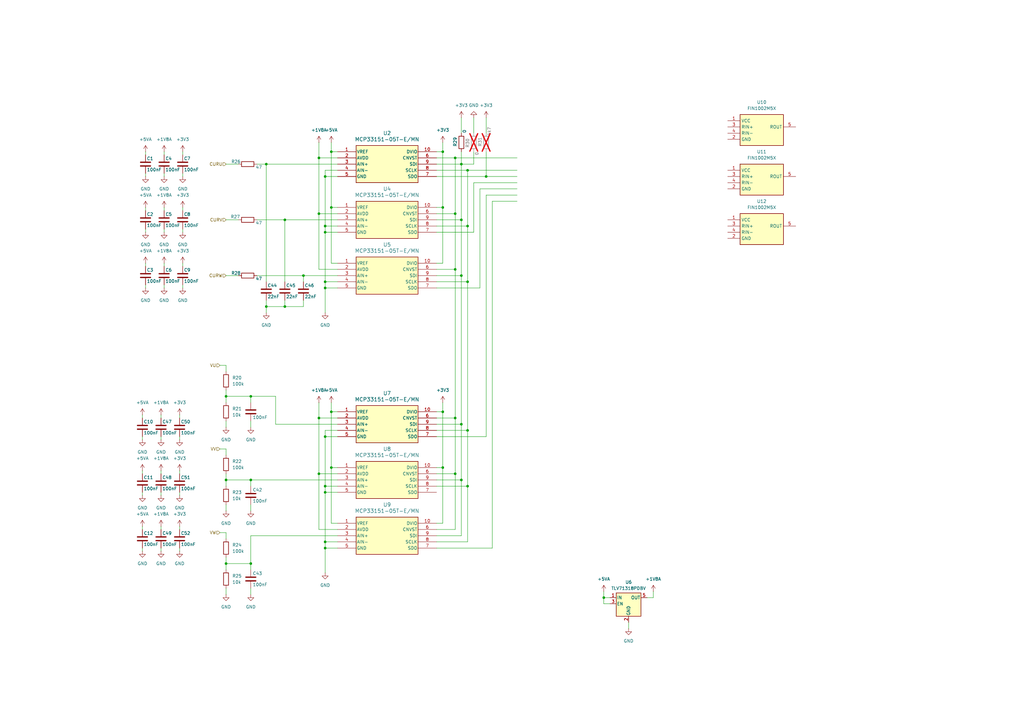
<source format=kicad_sch>
(kicad_sch (version 20250114) (generator "eeschema") (generator_version "9.0")
  (paper "A3")
  (title_block (title "ECMD7 Feedback") (date "2025-10-01") (rev "0,0"))
  (lib_symbols
    (symbol "Device:C" (pin_numbers (hide yes)) (pin_names (offset 0.254))
      (property "Reference" "C" (at 0.635 2.54 0))
      (property "Value" "C" (at 0.635 -2.54 0))
      (symbol "C_0_1"
        (polyline (pts (xy -2.032 0.762) (xy 2.032 0.762)) (stroke (width 0.508)))
        (polyline (pts (xy -2.032 -0.762) (xy 2.032 -0.762)) (stroke (width 0.508)))
      )
      (symbol "C_1_1"
        (pin passive line (at 0 3.81 270) (length 2.794) (name "~") (number "1"))
        (pin passive line (at 0 -3.81 90) (length 2.794) (name "~") (number "2"))
      )
    )
    (symbol "Device:R" (pin_numbers (hide yes)) (pin_names (offset 0))
      (property "Reference" "R" (at 2.032 0 90))
      (property "Value" "R" (at 0 0 90))
      (symbol "R_0_1"
        (rectangle (start -1.016 -2.54) (end 1.016 2.54) (stroke (width 0.254)))
      )
      (symbol "R_1_1"
        (pin passive line (at 0 3.81 270) (length 1.27) (name "~") (number "1"))
        (pin passive line (at 0 -3.81 90) (length 1.27) (name "~") (number "2"))
      )
    )
    (symbol "Regulator_Linear:TLV71318PDBV" (pin_names (offset 0.254))
      (property "Reference" "U" (at -3.81 5.715 0))
      (property "Value" "TLV71318PDBV" (at 0 5.715 0))
      (symbol "TLV71318PDBV_0_1"
        (rectangle (start -5.08 4.445) (end 5.08 -5.08) (stroke (width 0.254)) (fill (type background)))
      )
      (symbol "TLV71318PDBV_1_1"
        (pin power_in line (at -7.62 2.54 0) (length 2.54) (name "IN") (number "1"))
        (pin input line (at -7.62 0 0) (length 2.54) (name "EN") (number "3"))
        (pin power_in line (at 0 -7.62 90) (length 2.54) (name "GND") (number "2"))
        (pin no_connect line (at 5.08 0 180) (length 2.54) (hide yes) (name "NC") (number "4"))
        (pin power_out line (at 7.62 2.54 180) (length 2.54) (name "OUT") (number "5"))
      )
    )
    (symbol "power:+3V3" (power) (pin_numbers (hide yes)) (pin_names (offset 0) (hide yes))
      (property "Value" "+3V3" (at 0 3.556 0))
      (symbol "+3V3_0_1"
        (polyline (pts (xy -0.762 1.27) (xy 0 2.54)))
        (polyline (pts (xy 0 2.54) (xy 0.762 1.27)))
        (polyline (pts (xy 0 0) (xy 0 2.54)))
      )
      (symbol "+3V3_1_1"
        (pin power_in line (at 0 0 90) (length 0) (name "~") (number "1"))
      )
    )
    (symbol "power:+5VA" (power) (pin_numbers (hide yes)) (pin_names (offset 0) (hide yes))
      (property "Value" "+5VA" (at 0 3.556 0))
      (symbol "+5VA_0_1"
        (polyline (pts (xy -0.762 1.27) (xy 0 2.54)))
        (polyline (pts (xy 0 2.54) (xy 0.762 1.27)))
        (polyline (pts (xy 0 0) (xy 0 2.54)))
      )
      (symbol "+5VA_1_1"
        (pin power_in line (at 0 0 90) (length 0) (name "~") (number "1"))
      )
    )
    (symbol "power:GND" (power) (pin_numbers (hide yes)) (pin_names (offset 0) (hide yes))
      (property "Value" "GND" (at 0 -3.81 0))
      (symbol "GND_0_1"
        (polyline (pts (xy 0 0) (xy 0 -1.27) (xy 1.27 -1.27) (xy 0 -2.54) (xy -1.27 -1.27) (xy 0 -1.27)))
      )
      (symbol "GND_1_1"
        (pin power_in line (at 0 0 270) (length 0) (name "~") (number "1"))
      )
    )
    (symbol "ssta_symbols:FIN1002M5X"
      (property "Reference" "U" (at 4.826 4.318 0))
      (property "Value" "FIN1002M5X" (at 5.08 -10.922 0))
      (symbol "FIN1002M5X_1_1"
        (rectangle (start 5.08 2.54) (end 22.86 -10.16) (stroke (width 0.254)) (fill (type background)))
        (pin passive line (at 0 0 0) (length 5.08) (name "VCC") (number "1"))
        (pin passive line (at 0 -2.54 0) (length 5.08) (name "RIN+") (number "3"))
        (pin passive line (at 0 -5.08 0) (length 5.08) (name "RIN-") (number "4"))
        (pin passive line (at 0 -7.62 0) (length 5.08) (name "GND") (number "2"))
        (pin passive line (at 27.94 -2.54 180) (length 5.08) (name "ROUT") (number "5"))
      )
    )
    (symbol "ssta_symbols:MCP33151-05T-E_MN" (pin_names (offset 0.254))
      (property "Reference" "U" (at 7.62 3.81 0))
      (property "Value" "MCP33151-05T-E/MN" (at 7.366 -14.478 0))
      (symbol "MCP33151-05T-E_MN_0_1"
        (pin power_in line (at 0 0 0) (length 7.62) (name "VREF") (number "1"))
        (pin power_in line (at 0 -2.54 0) (length 7.62) (name "AVDD") (number "2"))
        (pin unspecified line (at 0 -5.08 0) (length 7.62) (name "AIN+") (number "3"))
        (pin unspecified line (at 0 -7.62 0) (length 7.62) (name "AIN-") (number "4"))
        (pin power_out line (at 0 -10.16 0) (length 7.62) (name "GND") (number "5"))
        (pin power_in line (at 40.64 0 180) (length 7.62) (name "DVIO") (number "10"))
        (pin input line (at 40.64 -2.54 180) (length 7.62) (name "CNVST") (number "6"))
        (pin input line (at 40.64 -5.08 180) (length 7.62) (name "SDI") (number "9"))
        (pin input line (at 40.64 -7.62 180) (length 7.62) (name "SCLK") (number "8"))
        (pin output line (at 40.64 -10.16 180) (length 7.62) (name "SDO") (number "7"))
      )
      (symbol "MCP33151-05T-E_MN_1_1"
        (rectangle (start 7.62 2.54) (end 33.02 -12.7) (stroke (width 0.254)) (fill (type background)))
      )
    )
  )
  (junction (at 109.22 67.31))
  (junction (at 92.71 196.85))
  (junction (at 186.69 110.49))
  (junction (at 133.35 115.57))
  (junction (at 189.23 113.03))
  (junction (at 133.35 201.93))
  (junction (at 133.35 199.39))
  (junction (at 186.69 87.63))
  (junction (at 102.87 231.14))
  (junction (at 135.89 85.09))
  (junction (at 124.46 113.03))
  (junction (at 133.35 72.39))
  (junction (at 130.81 87.63))
  (junction (at 109.22 125.73))
  (junction (at 130.81 171.45))
  (junction (at 181.61 85.09))
  (junction (at 102.87 162.56))
  (junction (at 181.61 191.77))
  (junction (at 181.61 168.91))
  (junction (at 191.77 69.85))
  (junction (at 191.77 92.71))
  (junction (at 186.69 171.45))
  (junction (at 191.77 176.53))
  (junction (at 135.89 168.91))
  (junction (at 130.81 64.77))
  (junction (at 135.89 62.23))
  (junction (at 186.69 64.77))
  (junction (at 189.23 67.31))
  (junction (at 189.23 90.17))
  (junction (at 130.81 194.31))
  (junction (at 186.69 194.31))
  (junction (at 181.61 62.23))
  (junction (at 189.23 173.99))
  (junction (at 92.71 162.56))
  (junction (at 135.89 191.77))
  (junction (at 191.77 115.57))
  (junction (at 133.35 179.07))
  (junction (at 102.87 196.85))
  (junction (at 133.35 92.71))
  (junction (at 189.23 196.85))
  (junction (at 191.77 199.39))
  (junction (at 133.35 224.79))
  (junction (at 92.71 231.14))
  (junction (at 247.65 245.11))
  (junction (at 199.39 72.39))
  (junction (at 133.35 118.11))
  (junction (at 116.84 90.17))
  (junction (at 133.35 222.25))
  (junction (at 116.84 125.73))
  (junction (at 133.35 95.25))
  (wire (pts (xy 181.61 191.77) (xy 181.61 214.63)))
  (wire (pts (xy 73.66 201.93) (xy 73.66 203.2)))
  (wire (pts (xy 179.07 107.95) (xy 181.61 107.95)))
  (wire (pts (xy 138.43 113.03) (xy 124.46 113.03)))
  (wire (pts (xy 92.71 162.56) (xy 92.71 165.1)))
  (wire (pts (xy 133.35 199.39) (xy 133.35 201.93)))
  (wire (pts (xy 66.04 224.79) (xy 66.04 226.06)))
  (wire (pts (xy 191.77 176.53) (xy 191.77 199.39)))
  (wire (pts (xy 67.31 116.84) (xy 67.31 118.11)))
  (wire (pts (xy 130.81 194.31) (xy 130.81 217.17)))
  (wire (pts (xy 92.71 172.72) (xy 92.71 175.26)))
  (wire (pts (xy 179.07 62.23) (xy 181.61 62.23)))
  (wire (pts (xy 74.93 71.12) (xy 74.93 72.39)))
  (wire (pts (xy 130.81 194.31) (xy 138.43 194.31)))
  (wire (pts (xy 130.81 171.45) (xy 130.81 194.31)))
  (wire (pts (xy 116.84 123.19) (xy 116.84 125.73)))
  (wire (pts (xy 92.71 218.44) (xy 92.71 220.98)))
  (wire (pts (xy 109.22 125.73) (xy 109.22 128.27)))
  (wire (pts (xy 74.93 116.84) (xy 74.93 118.11)))
  (wire (pts (xy 179.07 214.63) (xy 181.61 214.63)))
  (wire (pts (xy 179.07 196.85) (xy 189.23 196.85)))
  (wire (pts (xy 58.42 170.18) (xy 58.42 171.45)))
  (wire (pts (xy 90.17 218.44) (xy 92.71 218.44)))
  (wire (pts (xy 133.35 72.39) (xy 133.35 92.71)))
  (wire (pts (xy 133.35 118.11) (xy 138.43 118.11)))
  (wire (pts (xy 133.35 118.11) (xy 133.35 128.27)))
  (wire (pts (xy 58.42 215.9) (xy 58.42 217.17)))
  (wire (pts (xy 66.04 201.93) (xy 66.04 203.2)))
  (wire (pts (xy 92.71 194.31) (xy 92.71 196.85)))
  (wire (pts (xy 191.77 176.53) (xy 191.77 115.57)))
  (wire (pts (xy 92.71 241.3) (xy 92.71 243.84)))
  (wire (pts (xy 138.43 214.63) (xy 135.89 214.63)))
  (wire (pts (xy 194.31 67.31) (xy 189.23 67.31)))
  (wire (pts (xy 66.04 215.9) (xy 66.04 217.17)))
  (wire (pts (xy 138.43 176.53) (xy 133.35 176.53)))
  (wire (pts (xy 59.69 71.12) (xy 59.69 72.39)))
  (wire (pts (xy 179.07 173.99) (xy 189.23 173.99)))
  (wire (pts (xy 113.03 173.99) (xy 113.03 162.56)))
  (wire (pts (xy 138.43 69.85) (xy 133.35 69.85)))
  (wire (pts (xy 133.35 95.25) (xy 133.35 115.57)))
  (wire (pts (xy 189.23 113.03) (xy 189.23 90.17)))
  (wire (pts (xy 116.84 90.17) (xy 116.84 115.57)))
  (wire (pts (xy 90.17 184.15) (xy 92.71 184.15)))
  (wire (pts (xy 109.22 67.31) (xy 109.22 115.57)))
  (wire (pts (xy 102.87 219.71) (xy 102.87 231.14)))
  (wire (pts (xy 189.23 196.85) (xy 189.23 173.99)))
  (wire (pts (xy 194.31 62.23) (xy 194.31 67.31)))
  (wire (pts (xy 73.66 224.79) (xy 73.66 226.06)))
  (wire (pts (xy 199.39 62.23) (xy 199.39 72.39)))
  (wire (pts (xy 67.31 62.23) (xy 67.31 63.5)))
  (wire (pts (xy 67.31 93.98) (xy 67.31 95.25)))
  (wire (pts (xy 130.81 87.63) (xy 138.43 87.63)))
  (wire (pts (xy 179.07 179.07) (xy 199.39 179.07)))
  (wire (pts (xy 191.77 69.85) (xy 212.09 69.85)))
  (wire (pts (xy 67.31 107.95) (xy 67.31 109.22)))
  (wire (pts (xy 74.93 62.23) (xy 74.93 63.5)))
  (wire (pts (xy 92.71 196.85) (xy 102.87 196.85)))
  (wire (pts (xy 199.39 48.26) (xy 199.39 54.61)))
  (wire (pts (xy 189.23 219.71) (xy 189.23 196.85)))
  (wire (pts (xy 124.46 113.03) (xy 124.46 115.57)))
  (wire (pts (xy 67.31 71.12) (xy 67.31 72.39)))
  (wire (pts (xy 133.35 222.25) (xy 133.35 224.79)))
  (wire (pts (xy 66.04 170.18) (xy 66.04 171.45)))
  (wire (pts (xy 265.43 245.11) (xy 267.97 245.11)))
  (wire (pts (xy 267.97 245.11) (xy 267.97 242.57)))
  (wire (pts (xy 73.66 179.07) (xy 73.66 180.34)))
  (wire (pts (xy 189.23 67.31) (xy 179.07 67.31)))
  (wire (pts (xy 247.65 247.65) (xy 247.65 245.11)))
  (wire (pts (xy 133.35 72.39) (xy 138.43 72.39)))
  (wire (pts (xy 67.31 85.09) (xy 67.31 86.36)))
  (wire (pts (xy 74.93 107.95) (xy 74.93 109.22)))
  (wire (pts (xy 199.39 72.39) (xy 212.09 72.39)))
  (wire (pts (xy 58.42 193.04) (xy 58.42 194.31)))
  (wire (pts (xy 133.35 95.25) (xy 138.43 95.25)))
  (wire (pts (xy 133.35 92.71) (xy 133.35 95.25)))
  (wire (pts (xy 189.23 173.99) (xy 189.23 113.03)))
  (wire (pts (xy 130.81 64.77) (xy 138.43 64.77)))
  (wire (pts (xy 102.87 162.56) (xy 92.71 162.56)))
  (wire (pts (xy 58.42 201.93) (xy 58.42 203.2)))
  (wire (pts (xy 135.89 85.09) (xy 135.89 107.95)))
  (wire (pts (xy 189.23 48.26) (xy 189.23 54.61)))
  (wire (pts (xy 92.71 67.31) (xy 97.79 67.31)))
  (wire (pts (xy 201.93 224.79) (xy 201.93 82.55)))
  (wire (pts (xy 179.07 113.03) (xy 189.23 113.03)))
  (wire (pts (xy 138.43 219.71) (xy 102.87 219.71)))
  (wire (pts (xy 191.77 222.25) (xy 191.77 199.39)))
  (wire (pts (xy 186.69 171.45) (xy 186.69 110.49)))
  (wire (pts (xy 135.89 168.91) (xy 135.89 191.77)))
  (wire (pts (xy 92.71 113.03) (xy 97.79 113.03)))
  (wire (pts (xy 133.35 222.25) (xy 138.43 222.25)))
  (wire (pts (xy 191.77 92.71) (xy 191.77 69.85)))
  (wire (pts (xy 199.39 80.01) (xy 212.09 80.01)))
  (wire (pts (xy 133.35 199.39) (xy 138.43 199.39)))
  (wire (pts (xy 179.07 72.39) (xy 199.39 72.39)))
  (wire (pts (xy 59.69 85.09) (xy 59.69 86.36)))
  (wire (pts (xy 135.89 191.77) (xy 138.43 191.77)))
  (wire (pts (xy 196.85 77.47) (xy 212.09 77.47)))
  (wire (pts (xy 102.87 231.14) (xy 92.71 231.14)))
  (wire (pts (xy 247.65 245.11) (xy 250.19 245.11)))
  (wire (pts (xy 181.61 62.23) (xy 181.61 85.09)))
  (wire (pts (xy 135.89 62.23) (xy 138.43 62.23)))
  (wire (pts (xy 186.69 110.49) (xy 179.07 110.49)))
  (wire (pts (xy 92.71 184.15) (xy 92.71 186.69)))
  (wire (pts (xy 102.87 207.01) (xy 102.87 209.55)))
  (wire (pts (xy 130.81 64.77) (xy 130.81 87.63)))
  (wire (pts (xy 181.61 58.42) (xy 181.61 62.23)))
  (wire (pts (xy 138.43 173.99) (xy 113.03 173.99)))
  (wire (pts (xy 135.89 85.09) (xy 138.43 85.09)))
  (wire (pts (xy 92.71 207.01) (xy 92.71 209.55)))
  (wire (pts (xy 179.07 64.77) (xy 186.69 64.77)))
  (wire (pts (xy 59.69 62.23) (xy 59.69 63.5)))
  (wire (pts (xy 116.84 125.73) (xy 124.46 125.73)))
  (wire (pts (xy 73.66 170.18) (xy 73.66 171.45)))
  (wire (pts (xy 179.07 168.91) (xy 181.61 168.91)))
  (wire (pts (xy 133.35 115.57) (xy 138.43 115.57)))
  (wire (pts (xy 135.89 191.77) (xy 135.89 214.63)))
  (wire (pts (xy 113.03 162.56) (xy 102.87 162.56)))
  (wire (pts (xy 186.69 194.31) (xy 186.69 171.45)))
  (wire (pts (xy 179.07 118.11) (xy 196.85 118.11)))
  (wire (pts (xy 105.41 67.31) (xy 109.22 67.31)))
  (wire (pts (xy 179.07 219.71) (xy 189.23 219.71)))
  (wire (pts (xy 196.85 118.11) (xy 196.85 77.47)))
  (wire (pts (xy 92.71 196.85) (xy 92.71 199.39)))
  (wire (pts (xy 133.35 179.07) (xy 138.43 179.07)))
  (wire (pts (xy 73.66 215.9) (xy 73.66 217.17)))
  (wire (pts (xy 179.07 92.71) (xy 191.77 92.71)))
  (wire (pts (xy 92.71 149.86) (xy 92.71 152.4)))
  (wire (pts (xy 133.35 201.93) (xy 138.43 201.93)))
  (wire (pts (xy 179.07 87.63) (xy 186.69 87.63)))
  (wire (pts (xy 250.19 247.65) (xy 247.65 247.65)))
  (wire (pts (xy 102.87 231.14) (xy 102.87 233.68)))
  (wire (pts (xy 92.71 90.17) (xy 97.79 90.17)))
  (wire (pts (xy 109.22 67.31) (xy 138.43 67.31)))
  (wire (pts (xy 102.87 162.56) (xy 102.87 165.1)))
  (wire (pts (xy 179.07 217.17) (xy 186.69 217.17)))
  (wire (pts (xy 179.07 115.57) (xy 191.77 115.57)))
  (wire (pts (xy 179.07 194.31) (xy 186.69 194.31)))
  (wire (pts (xy 133.35 224.79) (xy 138.43 224.79)))
  (wire (pts (xy 179.07 199.39) (xy 191.77 199.39)))
  (wire (pts (xy 247.65 242.57) (xy 247.65 245.11)))
  (wire (pts (xy 186.69 217.17) (xy 186.69 194.31)))
  (wire (pts (xy 133.35 176.53) (xy 133.35 179.07)))
  (wire (pts (xy 189.23 90.17) (xy 189.23 67.31)))
  (wire (pts (xy 179.07 85.09) (xy 181.61 85.09)))
  (wire (pts (xy 133.35 69.85) (xy 133.35 72.39)))
  (wire (pts (xy 133.35 179.07) (xy 133.35 199.39)))
  (wire (pts (xy 138.43 217.17) (xy 130.81 217.17)))
  (wire (pts (xy 116.84 90.17) (xy 138.43 90.17)))
  (wire (pts (xy 138.43 107.95) (xy 135.89 107.95)))
  (wire (pts (xy 179.07 95.25) (xy 194.31 95.25)))
  (wire (pts (xy 179.07 191.77) (xy 181.61 191.77)))
  (wire (pts (xy 130.81 165.1) (xy 130.81 171.45)))
  (wire (pts (xy 189.23 62.23) (xy 189.23 67.31)))
  (wire (pts (xy 109.22 123.19) (xy 109.22 125.73)))
  (wire (pts (xy 105.41 113.03) (xy 124.46 113.03)))
  (wire (pts (xy 179.07 224.79) (xy 201.93 224.79)))
  (wire (pts (xy 130.81 58.42) (xy 130.81 64.77)))
  (wire (pts (xy 194.31 54.61) (xy 194.31 48.26)))
  (wire (pts (xy 186.69 64.77) (xy 212.09 64.77)))
  (wire (pts (xy 66.04 193.04) (xy 66.04 194.31)))
  (wire (pts (xy 186.69 87.63) (xy 186.69 110.49)))
  (wire (pts (xy 66.04 179.07) (xy 66.04 180.34)))
  (wire (pts (xy 199.39 179.07) (xy 199.39 80.01)))
  (wire (pts (xy 92.71 228.6) (xy 92.71 231.14)))
  (wire (pts (xy 135.89 165.1) (xy 135.89 168.91)))
  (wire (pts (xy 181.61 168.91) (xy 181.61 191.77)))
  (wire (pts (xy 130.81 87.63) (xy 130.81 110.49)))
  (wire (pts (xy 130.81 171.45) (xy 138.43 171.45)))
  (wire (pts (xy 74.93 85.09) (xy 74.93 86.36)))
  (wire (pts (xy 102.87 172.72) (xy 102.87 175.26)))
  (wire (pts (xy 133.35 115.57) (xy 133.35 118.11)))
  (wire (pts (xy 105.41 90.17) (xy 116.84 90.17)))
  (wire (pts (xy 59.69 107.95) (xy 59.69 109.22)))
  (wire (pts (xy 133.35 224.79) (xy 133.35 234.95)))
  (wire (pts (xy 73.66 193.04) (xy 73.66 194.31)))
  (wire (pts (xy 133.35 92.71) (xy 138.43 92.71)))
  (wire (pts (xy 257.81 255.27) (xy 257.81 257.81)))
  (wire (pts (xy 90.17 149.86) (xy 92.71 149.86)))
  (wire (pts (xy 102.87 196.85) (xy 102.87 199.39)))
  (wire (pts (xy 58.42 224.79) (xy 58.42 226.06)))
  (wire (pts (xy 179.07 90.17) (xy 189.23 90.17)))
  (wire (pts (xy 186.69 64.77) (xy 186.69 87.63)))
  (wire (pts (xy 135.89 62.23) (xy 135.89 85.09)))
  (wire (pts (xy 191.77 69.85) (xy 179.07 69.85)))
  (wire (pts (xy 181.61 168.91) (xy 181.61 165.1)))
  (wire (pts (xy 194.31 95.25) (xy 194.31 74.93)))
  (wire (pts (xy 138.43 110.49) (xy 130.81 110.49)))
  (wire (pts (xy 109.22 125.73) (xy 116.84 125.73)))
  (wire (pts (xy 179.07 222.25) (xy 191.77 222.25)))
  (wire (pts (xy 201.93 82.55) (xy 212.09 82.55)))
  (wire (pts (xy 58.42 179.07) (xy 58.42 180.34)))
  (wire (pts (xy 179.07 171.45) (xy 186.69 171.45)))
  (wire (pts (xy 59.69 93.98) (xy 59.69 95.25)))
  (wire (pts (xy 102.87 196.85) (xy 138.43 196.85)))
  (wire (pts (xy 191.77 115.57) (xy 191.77 92.71)))
  (wire (pts (xy 124.46 123.19) (xy 124.46 125.73)))
  (wire (pts (xy 179.07 176.53) (xy 191.77 176.53)))
  (wire (pts (xy 102.87 241.3) (xy 102.87 243.84)))
  (wire (pts (xy 181.61 85.09) (xy 181.61 107.95)))
  (wire (pts (xy 59.69 116.84) (xy 59.69 118.11)))
  (wire (pts (xy 74.93 93.98) (xy 74.93 95.25)))
  (wire (pts (xy 92.71 231.14) (xy 92.71 233.68)))
  (wire (pts (xy 133.35 201.93) (xy 133.35 222.25)))
  (wire (pts (xy 135.89 168.91) (xy 138.43 168.91)))
  (wire (pts (xy 194.31 74.93) (xy 212.09 74.93)))
  (wire (pts (xy 135.89 62.23) (xy 135.89 58.42)))
  (wire (pts (xy 92.71 160.02) (xy 92.71 162.56)))
  (hierarchical_label "VU" (shape input) (at 90.17 149.86 180))
  (hierarchical_label "VW" (shape input) (at 90.17 218.44 180))
  (hierarchical_label "VV" (shape input) (at 90.17 184.15 180))
  (hierarchical_label "CURU" (shape input) (at 92.71 67.31 180))
  (hierarchical_label "CURV" (shape input) (at 92.71 90.17 180))
  (hierarchical_label "CURW" (shape input) (at 92.71 113.03 180))
  (symbol (lib_id "power:+5VA") (at 73.66 193.04 0) (unit 1)
    (property "Reference" "#PWR0106" (effects (hide yes)))
    (property "Value" "+3V3" (at 73.66 187.96 0))
    (property "Description" "Power symbol creates a global label with name \"+5VA\"" (effects (hide yes)))
  )
  (symbol (lib_id "power:GND") (at 59.69 72.39 0) (unit 1)
    (property "Reference" "#PWR05" (effects (hide yes)))
    (property "Value" "GND" (at 59.69 77.47 0))
    (property "Description" "Power symbol creates a global label with name \"GND\" , ground" (effects (hide yes)))
  )
  (symbol (lib_id "power:GND") (at 59.69 95.25 0) (unit 1)
    (property "Reference" "#PWR03" (effects (hide yes)))
    (property "Value" "GND" (at 59.69 100.33 0))
    (property "Description" "Power symbol creates a global label with name \"GND\" , ground" (effects (hide yes)))
  )
  (symbol (lib_id "Device:R") (at 101.6 67.31 90) (unit 1)
    (property "Reference" "R26" (at 96.774 66.294 90))
    (property "Value" "47" (at 106.172 68.58 90))
    (property "Footprint" "Resistor_SMD:R_0805_2012Metric" (effects (hide yes)))
    (property "Description" "Resistor" (effects (hide yes)))
  )
  (symbol (lib_id "Device:C") (at 116.84 119.38 0) (unit 1)
    (property "Reference" "C45" (at 117.348 117.094 0) (effects (justify left)))
    (property "Value" "22nF" (at 117.348 121.666 0) (effects (justify left)))
    (property "Description" "Unpolarized capacitor" (effects (hide yes)))
  )
  (symbol (lib_id "Device:C") (at 58.42 198.12 0) (unit 1)
    (property "Reference" "C11" (at 58.928 195.834 0) (effects (justify left)))
    (property "Value" "100nF" (at 58.928 200.406 0) (effects (justify left)))
    (property "Description" "Unpolarized capacitor" (effects (hide yes)))
  )
  (symbol (lib_id "power:GND") (at 66.04 203.2 0) (unit 1)
    (property "Reference" "#PWR0101" (effects (hide yes)))
    (property "Value" "GND" (at 66.04 208.28 0))
    (property "Description" "Power symbol creates a global label with name \"GND\" , ground" (effects (hide yes)))
  )
  (symbol (lib_id "power:GND") (at 102.87 209.55 0) (unit 1)
    (property "Reference" "#PWR071" (effects (hide yes)))
    (property "Value" "GND" (at 102.87 214.63 0))
    (property "Description" "Power symbol creates a global label with name \"GND\" , ground" (effects (hide yes)))
  )
  (symbol (lib_id "power:GND") (at 73.66 203.2 0) (unit 1)
    (property "Reference" "#PWR0107" (effects (hide yes)))
    (property "Value" "GND" (at 73.66 208.28 0))
    (property "Description" "Power symbol creates a global label with name \"GND\" , ground" (effects (hide yes)))
  )
  (symbol (lib_id "power:+5VA") (at 67.31 62.23 0) (unit 1)
    (property "Reference" "#PWR012" (effects (hide yes)))
    (property "Value" "+1V8A" (at 67.31 57.15 0))
    (property "Description" "Power symbol creates a global label with name \"+5VA\"" (effects (hide yes)))
  )
  (symbol (lib_id "Device:C") (at 74.93 90.17 0) (unit 1)
    (property "Reference" "C8" (at 75.438 87.884 0) (effects (justify left)))
    (property "Value" "100nF" (at 75.438 92.456 0) (effects (justify left)))
    (property "Description" "Unpolarized capacitor" (effects (hide yes)))
  )
  (symbol (lib_id "power:+3V3") (at 199.39 48.26 0) (unit 1)
    (property "Reference" "#PWR088" (effects (hide yes)))
    (property "Value" "+3V3" (at 199.39 43.18 0))
    (property "Description" "Power symbol creates a global label with name \"+3V3\"" (effects (hide yes)))
  )
  (symbol (lib_id "power:GND") (at 66.04 226.06 0) (unit 1)
    (property "Reference" "#PWR0103" (effects (hide yes)))
    (property "Value" "GND" (at 66.04 231.14 0))
    (property "Description" "Power symbol creates a global label with name \"GND\" , ground" (effects (hide yes)))
  )
  (symbol (lib_id "Device:R") (at 92.71 156.21 0) (unit 1)
    (property "Reference" "R20" (at 95.25 154.9399 0) (effects (justify left)))
    (property "Value" "100k" (at 95.25 157.4799 0) (effects (justify left)))
    (property "Footprint" "Resistor_SMD:R_0805_2012Metric" (effects (hide yes)))
    (property "Description" "Resistor" (effects (hide yes)))
  )
  (symbol (lib_id "Device:R") (at 194.31 58.42 0) (mirror y) (unit 1) (dnp yes)
    (property "Reference" "R30" (at 191.77 58.674 90))
    (property "Value" "0" (at 195.58 62.992 90))
    (property "Footprint" "Resistor_SMD:R_0805_2012Metric" (effects (hide yes)))
    (property "Description" "Resistor" (effects (hide yes)))
  )
  (symbol (lib_id "power:GND") (at 73.66 226.06 0) (unit 1)
    (property "Reference" "#PWR0109" (effects (hide yes)))
    (property "Value" "GND" (at 73.66 231.14 0))
    (property "Description" "Power symbol creates a global label with name \"GND\" , ground" (effects (hide yes)))
  )
  (symbol (lib_id "power:+5VA") (at 67.31 85.09 0) (unit 1)
    (property "Reference" "#PWR014" (effects (hide yes)))
    (property "Value" "+1V8A" (at 67.31 80.01 0))
    (property "Description" "Power symbol creates a global label with name \"+5VA\"" (effects (hide yes)))
  )
  (symbol (lib_id "Device:C") (at 102.87 203.2 0) (unit 1)
    (property "Reference" "C42" (at 103.632 200.914 0) (effects (justify left)))
    (property "Value" "100nF" (at 103.632 205.486 0) (effects (justify left)))
    (property "Description" "Unpolarized capacitor" (effects (hide yes)))
  )
  (symbol (lib_id "ssta_symbols:FIN1002M5X") (at 298.45 49.53 0) (unit 1)
    (property "Reference" "U10" (at 312.42 41.91 0))
    (property "Value" "FIN1002M5X" (at 312.42 44.45 0))
    (property "Footprint" "Package_TO_SOT_SMD:SOT-23-5" (effects (hide yes)))
    (property "Datasheet" "https://www.onsemi.com/pub/Collateral/FIN1002-D.pdf" (effects (hide yes)))
    (property "Description" "Greater than 400Mbs data rate; 3.3V power supply operation; Meets or exceeds the TIA/EIA-644 LVDS standard; 0.4ns maximum pulse skew; Power-Off over voltage tolerant input and output; Fail safe protection for open-circuit and non-driven, shorted or terminated conditions; Bus pin ESD (HBM) protection exceeds 10kV; High impedance output at VCC < 1.5V; 2.5ns maximum propagation delay; 5-Lead SOT23 package saves space" (effects (hide yes)))
    (property "Height" "1.45" (effects (hide yes)))
    (property "Mouser Part Number" "512-FIN1002M5X" (effects (hide yes)))
    (property "Mouser Price/Stock" "https://www.mouser.co.uk/ProductDetail/onsemi-Fairchild/FIN1002M5X?qs=kvVQGybKvwAF4DtbNzX2kg%3D%3D" (effects (hide yes)))
    (property "Manufacturer_Name" "onsemi" (effects (hide yes)))
    (property "Manufacturer_Part_Number" "FIN1002M5X" (effects (hide yes)))
  )
  (symbol (lib_id "Regulator_Linear:TLV71318PDBV") (at 257.81 247.65 0) (unit 1)
    (property "Reference" "U6" (at 257.81 238.76 0))
    (property "Value" "TLV71318PDBV" (at 257.81 241.3 0))
    (property "Footprint" "Package_TO_SOT_SMD:SOT-23-5" (effects (hide yes)))
    (property "Datasheet" "http://www.ti.com/lit/ds/symlink/tlv713p.pdf" (effects (hide yes)))
    (property "Description" "150mA Low Dropout Voltage Regulator, Fixed Output 1.8V, SOT-23-5" (effects (hide yes)))
  )
  (symbol (lib_id "Device:R") (at 101.6 113.03 90) (unit 1)
    (property "Reference" "R28" (at 96.774 112.014 90))
    (property "Value" "47" (at 106.172 114.3 90))
    (property "Footprint" "Resistor_SMD:R_0805_2012Metric" (effects (hide yes)))
    (property "Description" "Resistor" (effects (hide yes)))
  )
  (symbol (lib_id "Device:C") (at 59.69 90.17 0) (unit 1)
    (property "Reference" "C2" (at 60.198 87.884 0) (effects (justify left)))
    (property "Value" "100nF" (at 60.198 92.456 0) (effects (justify left)))
    (property "Description" "Unpolarized capacitor" (effects (hide yes)))
  )
  (symbol (lib_id "Device:R") (at 92.71 168.91 0) (unit 1)
    (property "Reference" "R21" (at 95.25 167.6399 0) (effects (justify left)))
    (property "Value" "10k" (at 95.25 170.1799 0) (effects (justify left)))
    (property "Footprint" "Resistor_SMD:R_0805_2012Metric" (effects (hide yes)))
    (property "Description" "Resistor" (effects (hide yes)))
  )
  (symbol (lib_id "power:+5VA") (at 58.42 193.04 0) (unit 1)
    (property "Reference" "#PWR094" (effects (hide yes)))
    (property "Value" "+5VA" (at 58.42 187.96 0))
    (property "Description" "Power symbol creates a global label with name \"+5VA\"" (effects (hide yes)))
  )
  (symbol (lib_id "power:GND") (at 66.04 180.34 0) (unit 1)
    (property "Reference" "#PWR099" (effects (hide yes)))
    (property "Value" "GND" (at 66.04 185.42 0))
    (property "Description" "Power symbol creates a global label with name \"GND\" , ground" (effects (hide yes)))
  )
  (symbol (lib_id "power:+5VA") (at 74.93 85.09 0) (unit 1)
    (property "Reference" "#PWR079" (effects (hide yes)))
    (property "Value" "+3V3" (at 74.93 80.01 0))
    (property "Description" "Power symbol creates a global label with name \"+5VA\"" (effects (hide yes)))
  )
  (symbol (lib_id "power:+3V3") (at 189.23 48.26 0) (unit 1)
    (property "Reference" "#PWR086" (effects (hide yes)))
    (property "Value" "+3V3" (at 189.23 43.18 0))
    (property "Description" "Power symbol creates a global label with name \"+3V3\"" (effects (hide yes)))
  )
  (symbol (lib_id "Device:C") (at 102.87 237.49 0) (unit 1)
    (property "Reference" "C43" (at 103.632 235.204 0) (effects (justify left)))
    (property "Value" "100nF" (at 103.632 239.776 0) (effects (justify left)))
    (property "Description" "Unpolarized capacitor" (effects (hide yes)))
  )
  (symbol (lib_id "power:+5VA") (at 67.31 107.95 0) (unit 1)
    (property "Reference" "#PWR074" (effects (hide yes)))
    (property "Value" "+1V8A" (at 67.31 102.87 0))
    (property "Description" "Power symbol creates a global label with name \"+5VA\"" (effects (hide yes)))
  )
  (symbol (lib_id "Device:C") (at 74.93 67.31 0) (unit 1)
    (property "Reference" "C7" (at 75.438 65.024 0) (effects (justify left)))
    (property "Value" "100nF" (at 75.438 69.596 0) (effects (justify left)))
    (property "Description" "Unpolarized capacitor" (effects (hide yes)))
  )
  (symbol (lib_id "power:GND") (at 58.42 203.2 0) (unit 1)
    (property "Reference" "#PWR095" (effects (hide yes)))
    (property "Value" "GND" (at 58.42 208.28 0))
    (property "Description" "Power symbol creates a global label with name \"GND\" , ground" (effects (hide yes)))
  )
  (symbol (lib_id "Device:C") (at 59.69 113.03 0) (unit 1)
    (property "Reference" "C3" (at 60.198 110.744 0) (effects (justify left)))
    (property "Value" "100nF" (at 60.198 115.316 0) (effects (justify left)))
    (property "Description" "Unpolarized capacitor" (effects (hide yes)))
  )
  (symbol (lib_id "Device:C") (at 67.31 90.17 0) (unit 1)
    (property "Reference" "C5" (at 67.818 87.884 0) (effects (justify left)))
    (property "Value" "100nF" (at 67.818 92.456 0) (effects (justify left)))
    (property "Description" "Unpolarized capacitor" (effects (hide yes)))
  )
  (symbol (lib_id "ssta_symbols:FIN1002M5X") (at 298.45 90.17 0) (unit 1)
    (property "Reference" "U12" (at 312.42 82.55 0))
    (property "Value" "FIN1002M5X" (at 312.42 85.09 0))
    (property "Footprint" "Package_TO_SOT_SMD:SOT-23-5" (effects (hide yes)))
    (property "Datasheet" "https://www.onsemi.com/pub/Collateral/FIN1002-D.pdf" (effects (hide yes)))
    (property "Description" "Greater than 400Mbs data rate; 3.3V power supply operation; Meets or exceeds the TIA/EIA-644 LVDS standard; 0.4ns maximum pulse skew; Power-Off over voltage tolerant input and output; Fail safe protection for open-circuit and non-driven, shorted or terminated conditions; Bus pin ESD (HBM) protection exceeds 10kV; High impedance output at VCC < 1.5V; 2.5ns maximum propagation delay; 5-Lead SOT23 package saves space" (effects (hide yes)))
    (property "Height" "1.45" (effects (hide yes)))
    (property "Mouser Part Number" "512-FIN1002M5X" (effects (hide yes)))
    (property "Mouser Price/Stock" "https://www.mouser.co.uk/ProductDetail/onsemi-Fairchild/FIN1002M5X?qs=kvVQGybKvwAF4DtbNzX2kg%3D%3D" (effects (hide yes)))
    (property "Manufacturer_Name" "onsemi" (effects (hide yes)))
    (property "Manufacturer_Part_Number" "FIN1002M5X" (effects (hide yes)))
  )
  (symbol (lib_id "ssta_symbols:MCP33151-05T-E_MN") (at 138.43 191.77 0) (unit 1)
    (property "Reference" "U8" (at 158.75 184.15 0) (effects (font (size 1.524 1.524))))
    (property "Value" "MCP33151-05T-E/MN" (at 158.75 186.69 0) (effects (font (size 1.524 1.524))))
    (property "Footprint" "TDFN10_MN_MCH" (effects (hide yes)))
    (property "Datasheet" "MCP33151-05T-E/MN" (effects (hide yes)))
  )
  (symbol (lib_id "Device:R") (at 199.39 58.42 180) (unit 1) (dnp yes)
    (property "Reference" "R31" (at 196.85 58.166 90))
    (property "Value" "4k7" (at 200.66 53.848 90))
    (property "Footprint" "Resistor_SMD:R_0805_2012Metric" (effects (hide yes)))
    (property "Description" "Resistor" (effects (hide yes)))
  )
  (symbol (lib_id "power:GND") (at 133.35 128.27 0) (unit 1)
    (property "Reference" "#PWR01" (effects (hide yes)))
    (property "Value" "GND" (at 133.35 133.35 0))
    (property "Description" "Power symbol creates a global label with name \"GND\" , ground" (effects (hide yes)))
  )
  (symbol (lib_id "power:+3V3") (at 181.61 165.1 0) (unit 1)
    (property "Reference" "#PWR0110" (effects (hide yes)))
    (property "Value" "+3V3" (at 181.61 160.02 0))
    (property "Description" "Power symbol creates a global label with name \"+3V3\"" (effects (hide yes)))
  )
  (symbol (lib_id "Device:C") (at 58.42 175.26 0) (unit 1)
    (property "Reference" "C10" (at 58.928 172.974 0) (effects (justify left)))
    (property "Value" "100nF" (at 58.928 177.546 0) (effects (justify left)))
    (property "Description" "Unpolarized capacitor" (effects (hide yes)))
  )
  (symbol (lib_id "power:+5VA") (at 135.89 165.1 0) (unit 1)
    (property "Reference" "#PWR091" (effects (hide yes)))
    (property "Value" "+5VA" (at 135.89 160.02 0))
    (property "Description" "Power symbol creates a global label with name \"+5VA\"" (effects (hide yes)))
  )
  (symbol (lib_id "ssta_symbols:MCP33151-05T-E_MN") (at 138.43 62.23 0) (unit 1)
    (property "Reference" "U2" (at 158.75 54.61 0) (effects (font (size 1.524 1.524))))
    (property "Value" "MCP33151-05T-E/MN" (at 158.75 57.15 0) (effects (font (size 1.524 1.524))))
    (property "Footprint" "TDFN10_MN_MCH" (effects (hide yes)))
    (property "Datasheet" "MCP33151-05T-E/MN" (effects (hide yes)))
  )
  (symbol (lib_id "power:GND") (at 102.87 175.26 0) (unit 1)
    (property "Reference" "#PWR070" (effects (hide yes)))
    (property "Value" "GND" (at 102.87 180.34 0))
    (property "Description" "Power symbol creates a global label with name \"GND\" , ground" (effects (hide yes)))
  )
  (symbol (lib_id "power:GND") (at 109.22 128.27 0) (unit 1)
    (property "Reference" "#PWR010" (effects (hide yes)))
    (property "Value" "GND" (at 109.22 133.35 0))
    (property "Description" "Power symbol creates a global label with name \"GND\" , ground" (effects (hide yes)))
  )
  (symbol (lib_id "power:+3V3") (at 181.61 58.42 0) (unit 1)
    (property "Reference" "#PWR076" (effects (hide yes)))
    (property "Value" "+3V3" (at 181.61 53.34 0))
    (property "Description" "Power symbol creates a global label with name \"+3V3\"" (effects (hide yes)))
  )
  (symbol (lib_id "power:+5VA") (at 135.89 58.42 0) (unit 1)
    (property "Reference" "#PWR09" (effects (hide yes)))
    (property "Value" "+5VA" (at 135.89 53.34 0))
    (property "Description" "Power symbol creates a global label with name \"+5VA\"" (effects (hide yes)))
  )
  (symbol (lib_id "Device:R") (at 92.71 190.5 0) (unit 1)
    (property "Reference" "R22" (at 95.25 189.2299 0) (effects (justify left)))
    (property "Value" "100k" (at 95.25 191.7699 0) (effects (justify left)))
    (property "Footprint" "Resistor_SMD:R_0805_2012Metric" (effects (hide yes)))
    (property "Description" "Resistor" (effects (hide yes)))
  )
  (symbol (lib_id "power:+5VA") (at 267.97 242.57 0) (unit 1)
    (property "Reference" "#PWR084" (effects (hide yes)))
    (property "Value" "+1V8A" (at 267.97 237.49 0))
    (property "Description" "Power symbol creates a global label with name \"+5VA\"" (effects (hide yes)))
  )
  (symbol (lib_id "Device:R") (at 92.71 237.49 0) (unit 1)
    (property "Reference" "R25" (at 95.25 236.2199 0) (effects (justify left)))
    (property "Value" "10k" (at 95.25 238.7599 0) (effects (justify left)))
    (property "Footprint" "Resistor_SMD:R_0805_2012Metric" (effects (hide yes)))
    (property "Description" "Resistor" (effects (hide yes)))
  )
  (symbol (lib_id "Device:C") (at 124.46 119.38 0) (unit 1)
    (property "Reference" "C46" (at 124.968 117.094 0) (effects (justify left)))
    (property "Value" "22nF" (at 124.968 121.666 0) (effects (justify left)))
    (property "Description" "Unpolarized capacitor" (effects (hide yes)))
  )
  (symbol (lib_id "Device:R") (at 92.71 203.2 0) (unit 1)
    (property "Reference" "R23" (at 95.25 201.9299 0) (effects (justify left)))
    (property "Value" "10k" (at 95.25 204.4699 0) (effects (justify left)))
    (property "Footprint" "Resistor_SMD:R_0805_2012Metric" (effects (hide yes)))
    (property "Description" "Resistor" (effects (hide yes)))
  )
  (symbol (lib_id "power:+5VA") (at 58.42 215.9 0) (unit 1)
    (property "Reference" "#PWR096" (effects (hide yes)))
    (property "Value" "+5VA" (at 58.42 210.82 0))
    (property "Description" "Power symbol creates a global label with name \"+5VA\"" (effects (hide yes)))
  )
  (symbol (lib_id "power:GND") (at 92.71 175.26 0) (unit 1)
    (property "Reference" "#PWR061" (effects (hide yes)))
    (property "Value" "GND" (at 92.71 180.34 0))
    (property "Description" "Power symbol creates a global label with name \"GND\" , ground" (effects (hide yes)))
  )
  (symbol (lib_id "power:+5VA") (at 73.66 215.9 0) (unit 1)
    (property "Reference" "#PWR0108" (effects (hide yes)))
    (property "Value" "+3V3" (at 73.66 210.82 0))
    (property "Description" "Power symbol creates a global label with name \"+5VA\"" (effects (hide yes)))
  )
  (symbol (lib_id "ssta_symbols:FIN1002M5X") (at 298.45 69.85 0) (unit 1)
    (property "Reference" "U11" (at 312.42 62.23 0))
    (property "Value" "FIN1002M5X" (at 312.42 64.77 0))
    (property "Footprint" "Package_TO_SOT_SMD:SOT-23-5" (effects (hide yes)))
    (property "Datasheet" "https://www.onsemi.com/pub/Collateral/FIN1002-D.pdf" (effects (hide yes)))
    (property "Description" "Greater than 400Mbs data rate; 3.3V power supply operation; Meets or exceeds the TIA/EIA-644 LVDS standard; 0.4ns maximum pulse skew; Power-Off over voltage tolerant input and output; Fail safe protection for open-circuit and non-driven, shorted or terminated conditions; Bus pin ESD (HBM) protection exceeds 10kV; High impedance output at VCC < 1.5V; 2.5ns maximum propagation delay; 5-Lead SOT23 package saves space" (effects (hide yes)))
    (property "Height" "1.45" (effects (hide yes)))
    (property "Mouser Part Number" "512-FIN1002M5X" (effects (hide yes)))
    (property "Mouser Price/Stock" "https://www.mouser.co.uk/ProductDetail/onsemi-Fairchild/FIN1002M5X?qs=kvVQGybKvwAF4DtbNzX2kg%3D%3D" (effects (hide yes)))
    (property "Manufacturer_Name" "onsemi" (effects (hide yes)))
    (property "Manufacturer_Part_Number" "FIN1002M5X" (effects (hide yes)))
  )
  (symbol (lib_id "power:+5VA") (at 58.42 170.18 0) (unit 1)
    (property "Reference" "#PWR092" (effects (hide yes)))
    (property "Value" "+5VA" (at 58.42 165.1 0))
    (property "Description" "Power symbol creates a global label with name \"+5VA\"" (effects (hide yes)))
  )
  (symbol (lib_id "power:GND") (at 102.87 243.84 0) (unit 1)
    (property "Reference" "#PWR072" (effects (hide yes)))
    (property "Value" "GND" (at 102.87 248.92 0))
    (property "Description" "Power symbol creates a global label with name \"GND\" , ground" (effects (hide yes)))
  )
  (symbol (lib_id "power:+5VA") (at 73.66 170.18 0) (unit 1)
    (property "Reference" "#PWR0104" (effects (hide yes)))
    (property "Value" "+3V3" (at 73.66 165.1 0))
    (property "Description" "Power symbol creates a global label with name \"+5VA\"" (effects (hide yes)))
  )
  (symbol (lib_id "power:GND") (at 92.71 243.84 0) (unit 1)
    (property "Reference" "#PWR069" (effects (hide yes)))
    (property "Value" "GND" (at 92.71 248.92 0))
    (property "Description" "Power symbol creates a global label with name \"GND\" , ground" (effects (hide yes)))
  )
  (symbol (lib_id "Device:C") (at 66.04 198.12 0) (unit 1)
    (property "Reference" "C48" (at 66.548 195.834 0) (effects (justify left)))
    (property "Value" "100nF" (at 66.548 200.406 0) (effects (justify left)))
    (property "Description" "Unpolarized capacitor" (effects (hide yes)))
  )
  (symbol (lib_id "Device:C") (at 67.31 113.03 0) (unit 1)
    (property "Reference" "C6" (at 67.818 110.744 0) (effects (justify left)))
    (property "Value" "100nF" (at 67.818 115.316 0) (effects (justify left)))
    (property "Description" "Unpolarized capacitor" (effects (hide yes)))
  )
  (symbol (lib_id "Device:R") (at 92.71 224.79 0) (unit 1)
    (property "Reference" "R24" (at 95.25 223.5199 0) (effects (justify left)))
    (property "Value" "100k" (at 95.25 226.0599 0) (effects (justify left)))
    (property "Footprint" "Resistor_SMD:R_0805_2012Metric" (effects (hide yes)))
    (property "Description" "Resistor" (effects (hide yes)))
  )
  (symbol (lib_id "power:+5VA") (at 74.93 62.23 0) (unit 1)
    (property "Reference" "#PWR077" (effects (hide yes)))
    (property "Value" "+3V3" (at 74.93 57.15 0))
    (property "Description" "Power symbol creates a global label with name \"+5VA\"" (effects (hide yes)))
  )
  (symbol (lib_id "power:GND") (at 133.35 234.95 0) (unit 1)
    (property "Reference" "#PWR090" (effects (hide yes)))
    (property "Value" "GND" (at 133.35 240.03 0))
    (property "Description" "Power symbol creates a global label with name \"GND\" , ground" (effects (hide yes)))
  )
  (symbol (lib_id "power:GND") (at 92.71 209.55 0) (unit 1)
    (property "Reference" "#PWR068" (effects (hide yes)))
    (property "Value" "GND" (at 92.71 214.63 0))
    (property "Description" "Power symbol creates a global label with name \"GND\" , ground" (effects (hide yes)))
  )
  (symbol (lib_id "Device:C") (at 66.04 220.98 0) (unit 1)
    (property "Reference" "C49" (at 66.548 218.694 0) (effects (justify left)))
    (property "Value" "100nF" (at 66.548 223.266 0) (effects (justify left)))
    (property "Description" "Unpolarized capacitor" (effects (hide yes)))
  )
  (symbol (lib_id "power:+5VA") (at 130.81 58.42 0) (unit 1)
    (property "Reference" "#PWR011" (effects (hide yes)))
    (property "Value" "+1V8A" (at 130.81 53.34 0))
    (property "Description" "Power symbol creates a global label with name \"+5VA\"" (effects (hide yes)))
  )
  (symbol (lib_id "Device:R") (at 189.23 58.42 180) (unit 1)
    (property "Reference" "R29" (at 186.69 58.166 90))
    (property "Value" "0" (at 190.5 53.848 90))
    (property "Footprint" "Resistor_SMD:R_0805_2012Metric" (effects (hide yes)))
    (property "Description" "Resistor" (effects (hide yes)))
  )
  (symbol (lib_id "power:+5VA") (at 59.69 85.09 0) (unit 1)
    (property "Reference" "#PWR02" (effects (hide yes)))
    (property "Value" "+5VA" (at 59.69 80.01 0))
    (property "Description" "Power symbol creates a global label with name \"+5VA\"" (effects (hide yes)))
  )
  (symbol (lib_id "power:+5VA") (at 130.81 165.1 0) (unit 1)
    (property "Reference" "#PWR089" (effects (hide yes)))
    (property "Value" "+1V8A" (at 130.81 160.02 0))
    (property "Description" "Power symbol creates a global label with name \"+5VA\"" (effects (hide yes)))
  )
  (symbol (lib_id "power:GND") (at 67.31 72.39 0) (unit 1)
    (property "Reference" "#PWR013" (effects (hide yes)))
    (property "Value" "GND" (at 67.31 77.47 0))
    (property "Description" "Power symbol creates a global label with name \"GND\" , ground" (effects (hide yes)))
  )
  (symbol (lib_id "Device:C") (at 109.22 119.38 0) (unit 1)
    (property "Reference" "C44" (at 109.728 117.094 0) (effects (justify left)))
    (property "Value" "22nF" (at 109.728 121.666 0) (effects (justify left)))
    (property "Description" "Unpolarized capacitor" (effects (hide yes)))
  )
  (symbol (lib_id "power:GND") (at 257.81 257.81 0) (unit 1)
    (property "Reference" "#PWR083" (effects (hide yes)))
    (property "Value" "GND" (at 257.81 262.89 0))
    (property "Description" "Power symbol creates a global label with name \"GND\" , ground" (effects (hide yes)))
  )
  (symbol (lib_id "Device:C") (at 73.66 175.26 0) (unit 1)
    (property "Reference" "C50" (at 74.168 172.974 0) (effects (justify left)))
    (property "Value" "100nF" (at 74.168 177.546 0) (effects (justify left)))
    (property "Description" "Unpolarized capacitor" (effects (hide yes)))
  )
  (symbol (lib_id "ssta_symbols:MCP33151-05T-E_MN") (at 138.43 85.09 0) (unit 1)
    (property "Reference" "U4" (at 158.75 77.47 0) (effects (font (size 1.524 1.524))))
    (property "Value" "MCP33151-05T-E/MN" (at 158.75 80.01 0) (effects (font (size 1.524 1.524))))
    (property "Footprint" "TDFN10_MN_MCH" (effects (hide yes)))
    (property "Datasheet" "MCP33151-05T-E/MN" (effects (hide yes)))
  )
  (symbol (lib_id "Device:R") (at 101.6 90.17 90) (unit 1)
    (property "Reference" "R27" (at 96.52 88.9 90))
    (property "Value" "47" (at 106.172 91.44 90))
    (property "Footprint" "Resistor_SMD:R_0805_2012Metric" (effects (hide yes)))
    (property "Description" "Resistor" (effects (hide yes)))
  )
  (symbol (lib_id "power:GND") (at 58.42 180.34 0) (unit 1)
    (property "Reference" "#PWR093" (effects (hide yes)))
    (property "Value" "GND" (at 58.42 185.42 0))
    (property "Description" "Power symbol creates a global label with name \"GND\" , ground" (effects (hide yes)))
  )
  (symbol (lib_id "Device:C") (at 73.66 220.98 0) (unit 1)
    (property "Reference" "C52" (at 74.168 218.694 0) (effects (justify left)))
    (property "Value" "100nF" (at 74.168 223.266 0) (effects (justify left)))
    (property "Description" "Unpolarized capacitor" (effects (hide yes)))
  )
  (symbol (lib_id "power:GND") (at 73.66 180.34 0) (unit 1)
    (property "Reference" "#PWR0105" (effects (hide yes)))
    (property "Value" "GND" (at 73.66 185.42 0))
    (property "Description" "Power symbol creates a global label with name \"GND\" , ground" (effects (hide yes)))
  )
  (symbol (lib_id "power:+5VA") (at 66.04 215.9 0) (unit 1)
    (property "Reference" "#PWR0102" (effects (hide yes)))
    (property "Value" "+1V8A" (at 66.04 210.82 0))
    (property "Description" "Power symbol creates a global label with name \"+5VA\"" (effects (hide yes)))
  )
  (symbol (lib_id "power:GND") (at 59.69 118.11 0) (unit 1)
    (property "Reference" "#PWR06" (effects (hide yes)))
    (property "Value" "GND" (at 59.69 123.19 0))
    (property "Description" "Power symbol creates a global label with name \"GND\" , ground" (effects (hide yes)))
  )
  (symbol (lib_id "ssta_symbols:MCP33151-05T-E_MN") (at 138.43 168.91 0) (unit 1)
    (property "Reference" "U7" (at 158.75 161.29 0) (effects (font (size 1.524 1.524))))
    (property "Value" "MCP33151-05T-E/MN" (at 158.75 163.83 0) (effects (font (size 1.524 1.524))))
    (property "Footprint" "TDFN10_MN_MCH" (effects (hide yes)))
    (property "Datasheet" "MCP33151-05T-E/MN" (effects (hide yes)))
  )
  (symbol (lib_id "Device:C") (at 67.31 67.31 0) (unit 1)
    (property "Reference" "C4" (at 67.818 65.024 0) (effects (justify left)))
    (property "Value" "100nF" (at 67.818 69.596 0) (effects (justify left)))
    (property "Description" "Unpolarized capacitor" (effects (hide yes)))
  )
  (symbol (lib_id "power:+5VA") (at 59.69 107.95 0) (unit 1)
    (property "Reference" "#PWR04" (effects (hide yes)))
    (property "Value" "+5VA" (at 59.69 102.87 0))
    (property "Description" "Power symbol creates a global label with name \"+5VA\"" (effects (hide yes)))
  )
  (symbol (lib_id "power:GND") (at 67.31 118.11 0) (unit 1)
    (property "Reference" "#PWR075" (effects (hide yes)))
    (property "Value" "GND" (at 67.31 123.19 0))
    (property "Description" "Power symbol creates a global label with name \"GND\" , ground" (effects (hide yes)))
  )
  (symbol (lib_id "power:+5VA") (at 247.65 242.57 0) (unit 1)
    (property "Reference" "#PWR085" (effects (hide yes)))
    (property "Value" "+5VA" (at 247.65 237.49 0))
    (property "Description" "Power symbol creates a global label with name \"+5VA\"" (effects (hide yes)))
  )
  (symbol (lib_id "power:GND") (at 74.93 95.25 0) (unit 1)
    (property "Reference" "#PWR080" (effects (hide yes)))
    (property "Value" "GND" (at 74.93 100.33 0))
    (property "Description" "Power symbol creates a global label with name \"GND\" , ground" (effects (hide yes)))
  )
  (symbol (lib_id "Device:C") (at 73.66 198.12 0) (unit 1)
    (property "Reference" "C51" (at 74.168 195.834 0) (effects (justify left)))
    (property "Value" "100nF" (at 74.168 200.406 0) (effects (justify left)))
    (property "Description" "Unpolarized capacitor" (effects (hide yes)))
  )
  (symbol (lib_id "power:+5VA") (at 66.04 193.04 0) (unit 1)
    (property "Reference" "#PWR0100" (effects (hide yes)))
    (property "Value" "+1V8A" (at 66.04 187.96 0))
    (property "Description" "Power symbol creates a global label with name \"+5VA\"" (effects (hide yes)))
  )
  (symbol (lib_id "Device:C") (at 66.04 175.26 0) (unit 1)
    (property "Reference" "C47" (at 66.548 172.974 0) (effects (justify left)))
    (property "Value" "100nF" (at 66.548 177.546 0) (effects (justify left)))
    (property "Description" "Unpolarized capacitor" (effects (hide yes)))
  )
  (symbol (lib_id "power:GND") (at 74.93 72.39 0) (unit 1)
    (property "Reference" "#PWR078" (effects (hide yes)))
    (property "Value" "GND" (at 74.93 77.47 0))
    (property "Description" "Power symbol creates a global label with name \"GND\" , ground" (effects (hide yes)))
  )
  (symbol (lib_id "power:GND") (at 194.31 48.26 0) (mirror x) (unit 1)
    (property "Reference" "#PWR087" (effects (hide yes)))
    (property "Value" "GND" (at 194.31 43.18 0))
    (property "Description" "Power symbol creates a global label with name \"GND\" , ground" (effects (hide yes)))
  )
  (symbol (lib_id "power:GND") (at 67.31 95.25 0) (unit 1)
    (property "Reference" "#PWR073" (effects (hide yes)))
    (property "Value" "GND" (at 67.31 100.33 0))
    (property "Description" "Power symbol creates a global label with name \"GND\" , ground" (effects (hide yes)))
  )
  (symbol (lib_id "ssta_symbols:MCP33151-05T-E_MN") (at 138.43 107.95 0) (unit 1)
    (property "Reference" "U5" (at 158.75 100.33 0) (effects (font (size 1.524 1.524))))
    (property "Value" "MCP33151-05T-E/MN" (at 158.75 102.87 0) (effects (font (size 1.524 1.524))))
    (property "Footprint" "TDFN10_MN_MCH" (effects (hide yes)))
    (property "Datasheet" "MCP33151-05T-E/MN" (effects (hide yes)))
  )
  (symbol (lib_id "power:GND") (at 74.93 118.11 0) (unit 1)
    (property "Reference" "#PWR082" (effects (hide yes)))
    (property "Value" "GND" (at 74.93 123.19 0))
    (property "Description" "Power symbol creates a global label with name \"GND\" , ground" (effects (hide yes)))
  )
  (symbol (lib_id "power:+5VA") (at 59.69 62.23 0) (unit 1)
    (property "Reference" "#PWR017" (effects (hide yes)))
    (property "Value" "+5VA" (at 59.69 57.15 0))
    (property "Description" "Power symbol creates a global label with name \"+5VA\"" (effects (hide yes)))
  )
  (symbol (lib_id "Device:C") (at 59.69 67.31 0) (unit 1)
    (property "Reference" "C1" (at 60.198 65.024 0) (effects (justify left)))
    (property "Value" "100nF" (at 60.198 69.596 0) (effects (justify left)))
    (property "Description" "Unpolarized capacitor" (effects (hide yes)))
  )
  (symbol (lib_id "Device:C") (at 102.87 168.91 0) (unit 1)
    (property "Reference" "C41" (effects (hide yes)))
    (property "Value" "100nF" (at 103.632 171.196 0) (effects (justify left)))
    (property "Description" "Unpolarized capacitor" (effects (hide yes)))
  )
  (symbol (lib_id "ssta_symbols:MCP33151-05T-E_MN") (at 138.43 214.63 0) (unit 1)
    (property "Reference" "U9" (at 158.75 207.01 0) (effects (font (size 1.524 1.524))))
    (property "Value" "MCP33151-05T-E/MN" (at 158.75 209.55 0) (effects (font (size 1.524 1.524))))
    (property "Footprint" "TDFN10_MN_MCH" (effects (hide yes)))
    (property "Datasheet" "MCP33151-05T-E/MN" (effects (hide yes)))
  )
  (symbol (lib_id "power:GND") (at 58.42 226.06 0) (unit 1)
    (property "Reference" "#PWR097" (effects (hide yes)))
    (property "Value" "GND" (at 58.42 231.14 0))
    (property "Description" "Power symbol creates a global label with name \"GND\" , ground" (effects (hide yes)))
  )
  (symbol (lib_id "Device:C") (at 58.42 220.98 0) (unit 1)
    (property "Reference" "C12" (at 58.928 218.694 0) (effects (justify left)))
    (property "Value" "100nF" (at 58.928 223.266 0) (effects (justify left)))
    (property "Description" "Unpolarized capacitor" (effects (hide yes)))
  )
  (symbol (lib_id "power:+5VA") (at 66.04 170.18 0) (unit 1)
    (property "Reference" "#PWR098" (effects (hide yes)))
    (property "Value" "+1V8A" (at 66.04 165.1 0))
    (property "Description" "Power symbol creates a global label with name \"+5VA\"" (effects (hide yes)))
  )
  (symbol (lib_id "Device:C") (at 74.93 113.03 0) (unit 1)
    (property "Reference" "C9" (at 75.438 110.744 0) (effects (justify left)))
    (property "Value" "100nF" (at 75.438 115.316 0) (effects (justify left)))
    (property "Description" "Unpolarized capacitor" (effects (hide yes)))
  )
  (symbol (lib_id "power:+5VA") (at 74.93 107.95 0) (unit 1)
    (property "Reference" "#PWR081" (effects (hide yes)))
    (property "Value" "+3V3" (at 74.93 102.87 0))
    (property "Description" "Power symbol creates a global label with name \"+5VA\"" (effects (hide yes)))
  )
)
</source>
